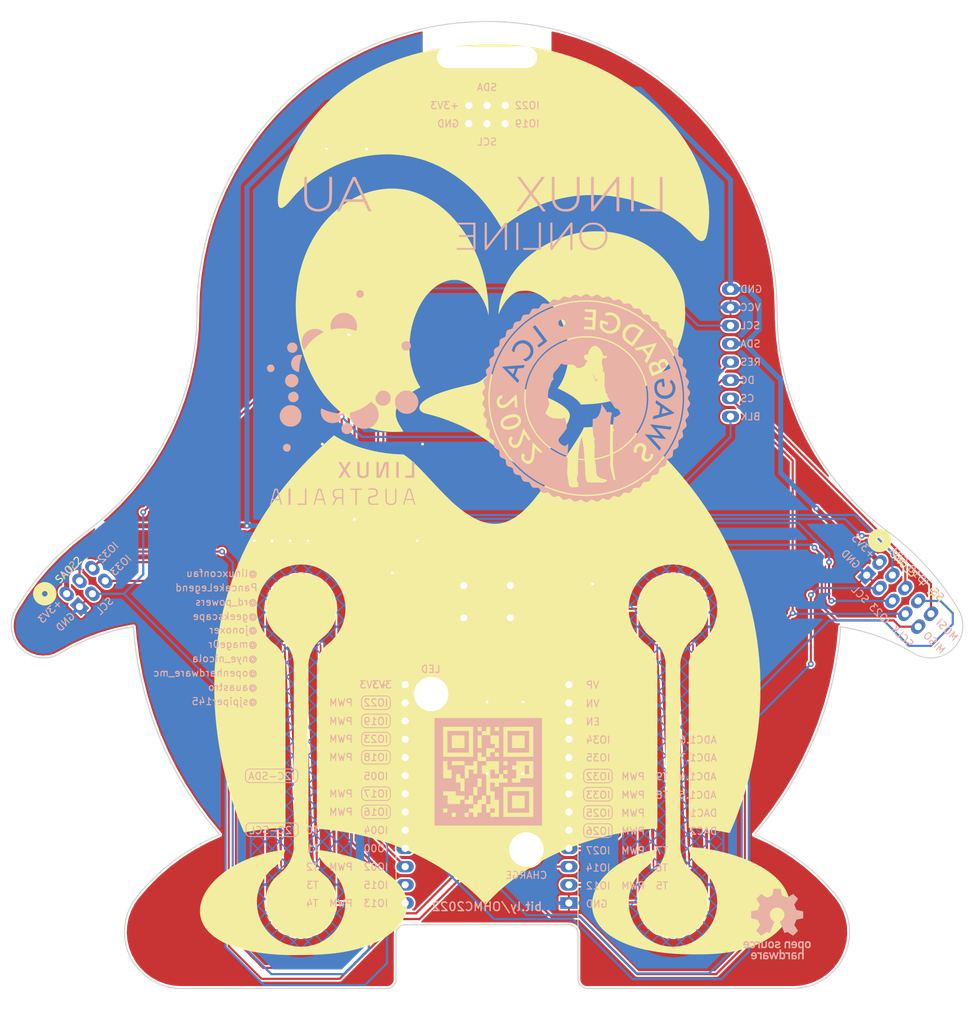
<source format=kicad_pcb>
(kicad_pcb (version 20171130) (host pcbnew "(5.1.6)-1")
  (layers (0 F.Cu signal) (31 B.Cu signal) (34 B.Paste user) (35 F.Paste user) (36 B.SilkS user) (37 F.SilkS user) (38 B.Mask user) (39 F.Mask user hide) (44 Edge.Cuts user))
  (net 0 "")
  (net 1 +3V3)
  (net 2 GND)
  (net 3 /GPIO4)
  (net 4 /GPIO5)
  (net 5 /GPIO32)
  (net 6 /GPIO33)
  (net 7 /GPIO18)
  (net 8 /GPIO23)
  (net 9 /GPIO19)
  (net 10 /GPIO22)
  (net 11 /GPIO17)
  (net 12 /GPIO15)
  (net 13 /GPIO27)
  (net 14 /GPIO14)
  (net 15 /GPIO12)
  (net 16 /GPIO0)
  (net 17 /GPIO13)
  (net 18 /GPIO34)
  (net 19 /GPIO35)
  (net 20 /GPIO26)
  (net 21 /VP)
  (net 22 /VN)
  (net 23 /EN)
  (net 24 /DC)
  (net 25 /BCK)
  (net 26 /CS_Disp)
  (module SwagBadge:SAO_Header_6-Pin_Oval_AltPins (layer F.Cu) (at 0 -222)
    (fp_text reference P1 hide)
    (fp_text value SAO_1 (at 0 -3.429 180) (layer F.SilkS))
    (fp_text user SCL (at 0 3.81) (layer B.SilkS) (effects (justify mirror)))
    (fp_text user SDA (at 0 -3.81) (layer B.SilkS) (effects (justify mirror)))
    (fp_text user +3V3 (at -3.81 -1.27) (layer B.SilkS) (effects (justify left mirror)))
    (fp_text user GND (at -3.81 1.27) (layer B.SilkS) (effects (justify left mirror)))
    (fp_text user IO19 (at 3.81 1.27) (layer B.SilkS) (effects (justify right mirror)))
    (fp_text user IO22 (at 3.81 -1.27) (layer B.SilkS) (effects (justify right mirror)))
    (pad 4 thru_hole oval (at 0 1.27 90) (size 2.2 1.6) (drill 1) (layers *.Cu *.Mask) (net 3 /GPIO4))
    (pad 6 thru_hole oval (at 2.54 1.27 90) (size 2.2 1.6) (drill 1) (layers *.Cu *.Mask) (net 9 /GPIO19))
    (pad 5 thru_hole oval (at 2.54 -1.27 90) (size 2.2 1.6) (drill 1) (layers *.Cu *.Mask) (net 10 /GPIO22))
    (pad 3 thru_hole oval (at 0 -1.27 90) (size 2.2 1.6) (drill 1) (layers *.Cu *.Mask) (net 4 /GPIO5))
    (pad 2 thru_hole rect (at -2.54 1.27 90) (size 2.2 1.6) (drill 1) (layers *.Cu *.Mask) (net 2 GND))
    (pad 1 thru_hole oval (at -2.54 -1.27 90) (size 2.2 1.6) (drill 1) (layers *.Cu *.Mask) (net 1 +3V3))
  )
  (module SwagBadge:SPI_Screen_320_x_240 (layer F.Cu) (at 34 -188.73)
    (fp_text reference S1 hide)
    (fp_text value "SPI Screen")
    (fp_text user BLK (at 1.27 8.89) (layer B.SilkS) (effects (justify right mirror)))
    (fp_text user CS (at 1.27 6.35) (layer B.SilkS) (effects (justify right mirror)))
    (fp_text user DC (at 1.27 3.81) (layer B.SilkS) (effects (justify right mirror)))
    (fp_text user RES (at 1.27 1.27) (layer B.SilkS) (effects (justify right mirror)))
    (fp_text user SDA (at 1.27 -1.27) (layer B.SilkS) (effects (justify right mirror)))
    (fp_text user SCL (at 1.27 -3.81) (layer B.SilkS) (effects (justify right mirror)))
    (fp_text user VCC (at 1.27 -6.35) (layer B.SilkS) (effects (justify right mirror)))
    (fp_text user GND (at 1.27 -8.89) (layer B.SilkS) (effects (justify right mirror)))
    (pad 8 thru_hole oval (at 0 8.89) (size 2.4 1.6) (drill 1) (layers *.Cu *.Mask) (net 25 /BCK))
    (pad 7 thru_hole oval (at 0 6.35) (size 2.4 1.6) (drill 1) (layers *.Cu *.Mask) (net 14 /GPIO14))
    (pad 6 thru_hole oval (at 0 3.81) (size 2.4 1.6) (drill 1) (layers *.Cu *.Mask) (net 20 /GPIO26))
    (pad 5 thru_hole oval (at 0 1.27) (size 2.4 1.6) (drill 1) (layers *.Cu *.Mask) (net 24 /DC))
    (pad 4 thru_hole oval (at 0 -1.27) (size 2.4 1.6) (drill 1) (layers *.Cu *.Mask) (net 1 +3V3))
    (pad 3 thru_hole oval (at 0 -3.81) (size 2.4 1.6) (drill 1) (layers *.Cu *.Mask) (net 26 /CS_Disp))
    (pad 2 thru_hole oval (at 0 -6.35) (size 2.4 1.6) (drill 1) (layers *.Cu *.Mask) (net 2 GND))
    (pad 1 thru_hole oval (at 0 -8.89) (size 2.4 1.6) (drill 1) (layers *.Cu *.Mask) (net 1 +3V3))
  )
  (module SwagBadge:SAO_Header_10-Pin_0val_AltPins (layer F.Cu) (at 57.5 -155 315)
    (fp_text reference P3 hide)
    (fp_text value "SAO_3 + SPI" (at 0 -3.429 135) (layer F.SilkS))
    (fp_text user MISO (at 8.255 1.27 135) (layer B.SilkS) (effects (justify mirror)))
    (fp_text user MOSI (at 8.255 -1.27 135) (layer B.SilkS) (effects (justify mirror)))
    (fp_text user SS (at 3.81 -3.81 135) (layer B.SilkS) (effects (justify mirror)))
    (fp_text user SCLK (at 4.445 3.81 135) (layer B.SilkS) (effects (justify mirror)))
    (fp_text user IO18 (at 0 -3.81 135) (layer B.SilkS) (effects (justify mirror)))
    (fp_text user IO23 (at 0 3.81 135) (layer B.SilkS) (effects (justify mirror)))
    (fp_text user SCL (at -3.81 3.81 135) (layer B.SilkS) (effects (justify mirror)))
    (fp_text user SDA (at -3.81 -3.81 135) (layer B.SilkS) (effects (justify mirror)))
    (fp_text user +3V3 (at -8.255 -1.27 135) (layer B.SilkS) (effects (justify mirror)))
    (fp_text user GND (at -8.255 1.27 135) (layer B.SilkS) (effects (justify mirror)))
    (pad 4 thru_hole oval (at -2.54 1.27 47) (size 2.2 1.6) (drill 1) (layers *.Cu *.Mask) (net 3 /GPIO4))
    (pad 6 thru_hole oval (at 0 1.27 47) (size 2.2 1.6) (drill 1) (layers *.Cu *.Mask) (net 8 /GPIO23))
    (pad 8 thru_hole oval (at 2.54 1.27 47) (size 2.2 1.6) (drill 1) (layers *.Cu *.Mask) (net 14 /GPIO14))
    (pad 10 thru_hole oval (at 5.08 1.27 47) (size 2.2 1.6) (drill 1) (layers *.Cu *.Mask) (net 18 /GPIO34))
    (pad 9 thru_hole oval (at 5.08 -1.27 47) (size 2.2 1.6) (drill 1) (layers *.Cu *.Mask) (net 20 /GPIO26))
    (pad 7 thru_hole oval (at 2.54 -1.27 47) (size 2.2 1.6) (drill 1) (layers *.Cu *.Mask) (net 11 /GPIO17))
    (pad 5 thru_hole oval (at 0 -1.27 47) (size 2.2 1.6) (drill 1) (layers *.Cu *.Mask) (net 7 /GPIO18))
    (pad 3 thru_hole oval (at -2.54 -1.27 47) (size 2.2 1.6) (drill 1) (layers *.Cu *.Mask) (net 4 /GPIO5))
    (pad 2 thru_hole rect (at -5.08 1.27 45) (size 2.2 1.6) (drill 1) (layers *.Cu *.Mask) (net 2 GND))
    (pad 1 thru_hole oval (at -5.08 -1.27 47) (size 2.2 1.6) (drill 1) (layers *.Cu *.Mask) (net 1 +3V3))
  )
  (module SwagBadge:SAO_Header_6-Pin_Oval_AltPins (layer F.Cu) (at -56 -156 45)
    (fp_text reference P2 hide)
    (fp_text value SAO_2 (at 0 -3.429 225) (layer F.SilkS))
    (fp_text user SCL (at 0 3.69 45) (layer B.SilkS) (effects (justify mirror)))
    (fp_text user SDA (at 0 -3.42 45) (layer B.SilkS) (effects (justify mirror)))
    (fp_text user IO32 (at 3.81 -1.25 45) (layer B.SilkS) (effects (justify right mirror)))
    (fp_text user IO33 (at 3.81 1.27 45) (layer B.SilkS) (effects (justify right mirror)))
    (fp_text user +3V3 (at -3.81 -1.18 45) (layer B.SilkS) (effects (justify left mirror)))
    (fp_text user GND (at -3.81 1.4 45) (layer B.SilkS) (effects (justify left mirror)))
    (pad 4 thru_hole oval (at 0 1.27 135) (size 2.2 1.6) (drill 1) (layers *.Cu *.Mask) (net 3 /GPIO4))
    (pad 6 thru_hole oval (at 2.54 1.27 135) (size 2.2 1.6) (drill 1) (layers *.Cu *.Mask) (net 6 /GPIO33))
    (pad 5 thru_hole oval (at 2.54 -1.27 135) (size 2.2 1.6) (drill 1) (layers *.Cu *.Mask) (net 5 /GPIO32))
    (pad 3 thru_hole oval (at 0 -1.27 135) (size 2.2 1.6) (drill 1) (layers *.Cu *.Mask) (net 4 /GPIO5))
    (pad 2 thru_hole rect (at -2.54 1.27 135) (size 2.2 1.6) (drill 1) (layers *.Cu *.Mask) (net 2 GND))
    (pad 1 thru_hole oval (at -2.54 -1.27 135) (size 2.2 1.6) (drill 1) (layers *.Cu *.Mask) (net 1 +3V3))
  )
  (module SwagBadge:LinuxAU_Logo_Small_Text (layer B.Cu) (at -20.32 -181.38 180)
    (fp_text reference Ref** hide)
    (fp_text value Val** hide)
  )
  (module SwagBadge:Logo_LCA_2022_01 (layer B.Cu) (at -0.05 -207.02 180)
    (fp_text reference Ref** hide)
    (fp_text value Val** hide)
  )
  (module SwagBadge:Tux_Silk_With_Slider_135 (layer F.Cu) (at 0.05 -167.18)
    (fp_text reference Ref** hide)
    (fp_text value Val** hide)
  )
  (module SwagBadge:SwagBadge_Logo_2022_Invert (layer B.Cu) (at 13.85 -182.41 180)
    (fp_text reference Ref** hide)
    (fp_text value Val** hide)
  )
  (module SwagBadge:QR_Code_OHMC2022_15mm (layer B.Cu) (at 0.18 -130.25 180)
    (fp_text reference Ref** hide)
    (fp_text value Val** hide)
  )
  (module SwagBadge:Touch_Slider_Long_02 (layer F.Cu) (at -26 -112)
    (fp_text reference T3 hide)
    (fp_text value Touch_Slider_Left hide)
    (pad 2 smd custom (at 0 -41) (size 3 3) (layers F.Cu) (net 12 /GPIO15) (options (clearance outline) (anchor circle)) (primitives (gr_line (start 3.249416 4.975845) (end 4.749999 36.000001) (width 0.2)) (gr_line (start 0.749416 4.975845) (end 2.249999 36) (width 0.2)) (gr_arc (start 0 0.000001) (end 4.75 0.000001) (angle -180) (width 0.2)) (gr_line (start -1.750583 4.975845) (end -0.25 36.000001) (width 0.2)) (gr_arc (start 0.249999 5) (end 0.749416 4.975845) (angle -177.2) (width 0.2)) (gr_line (start 2.249999 36) (end 2.25 5.000001) (width 0.2)) (gr_line (start -4.75 0) (end -4.75 4.5) (width 0.2)) (gr_line (start -4.250583 4.975845) (end -2.75 36.000001) (width 0.2)) (gr_line (start -2.75 36.000001) (end -2.749999 5) (width 0.2)) (gr_line (start 4.749999 36.000001) (end 4.75 0.000001) (width 0.2)) (gr_arc (start 2.749999 5.000001) (end 3.249416 4.975845) (angle -177.2) (width 0.2)) (gr_arc (start -2.25 5) (end -1.750583 4.975845) (angle -177.2) (width 0.2)) (gr_line (start -0.25 36.000001) (end -0.249999 5) (width 0.2)) (gr_arc (start -4.75 5) (end -4.250583 4.975845) (angle -87.2) (width 0.2)) (gr_poly (pts (xy 0.75 4.87) (xy 0.55 4.57) (xy 0.25 4.48) (xy -0.13 4.63) (xy -0.24 4.97) (xy -0.29 34.36) (xy -1.73 4.97) (xy -1.9 4.6) (xy -2.25 4.47) (xy -2.61 4.59) (xy -2.74 4.95) (xy -2.79 34.15) (xy -4.27 4.81) (xy -4.44 4.58) (xy -4.74 4.48) (xy -4.77 0.01) (xy -4.61 -1.17) (xy -4.15 -2.33) (xy -3.43 -3.29) (xy -2.49 -4.05) (xy -1.22 -4.6) (xy 0.01 -4.76) (xy 1.07 -4.64) (xy 2.1 -4.28) (xy 3.04 -3.68) (xy 3.83 -2.82) (xy 4.28 -2.07) (xy 4.62 -1.14) (xy 4.76 0.01) (xy 4.68 32.91) (xy 3.26 4.91) (xy 3.05 4.56) (xy 2.75 4.47) (xy 2.38 4.61) (xy 2.26 4.99) (xy 2.22 34.94)) (width 0.1))))
    (pad 1 smd custom (at 0 0) (size 3 3) (layers F.Cu) (net 17 /GPIO13) (options (clearance outline) (anchor circle)) (primitives (gr_line (start -4.749999 -36) (end -4.75 0) (width 0.2)) (gr_line (start -2.249999 -35.999999) (end -2.25 -5) (width 0.2)) (gr_arc (start 4.75 -4.999999) (end 4.250583 -4.975844) (angle -87.2) (width 0.2)) (gr_line (start 0.25 -36) (end 0.249999 -4.999999) (width 0.2)) (gr_line (start 4.250583 -4.975844) (end 2.75 -36) (width 0.2)) (gr_arc (start 2.25 -4.999999) (end 1.750583 -4.975844) (angle -177.2) (width 0.2)) (gr_line (start -0.749416 -4.975844) (end -2.249999 -35.999999) (width 0.2)) (gr_arc (start -2.749999 -5) (end -3.249416 -4.975844) (angle -177.2) (width 0.2)) (gr_line (start -3.249416 -4.975844) (end -4.749999 -36) (width 0.2)) (gr_line (start 2.75 -36) (end 2.749999 -4.999999) (width 0.2)) (gr_arc (start 0 0) (end -4.75 0) (angle -180) (width 0.2)) (gr_line (start 1.750583 -4.975844) (end 0.25 -36) (width 0.2)) (gr_arc (start -0.249999 -4.999999) (end -0.749416 -4.975844) (angle -177.2) (width 0.2)) (gr_line (start 4.75 0) (end 4.75 -4.499999) (width 0.2)) (gr_poly (pts (xy -0.74 -4.87) (xy -0.54 -4.57) (xy -0.24 -4.48) (xy 0.14 -4.63) (xy 0.25 -4.97) (xy 0.3 -34.36) (xy 1.74 -4.97) (xy 1.91 -4.6) (xy 2.26 -4.47) (xy 2.62 -4.59) (xy 2.75 -4.95) (xy 2.8 -34.15) (xy 4.28 -4.81) (xy 4.45 -4.58) (xy 4.75 -4.48) (xy 4.78 -0.01) (xy 4.62 1.17) (xy 4.16 2.33) (xy 3.44 3.29) (xy 2.5 4.05) (xy 1.23 4.6) (xy 0 4.76) (xy -1.06 4.64) (xy -2.09 4.28) (xy -3.03 3.68) (xy -3.82 2.82) (xy -4.27 2.07) (xy -4.61 1.14) (xy -4.75 -0.01) (xy -4.67 -32.91) (xy -3.25 -4.91) (xy -3.04 -4.56) (xy -2.74 -4.47) (xy -2.37 -4.61) (xy -2.25 -4.99) (xy -2.21 -34.94)) (width 0.1))))
    (pad 3 smd custom (at 0 -48) (size 0.1 0.1) (layers B.Cu) (net 2 GND) (clearance 1) (options (clearance outline) (anchor circle)) (primitives (gr_line (start 7 31.5) (end -7 17.500001) (width 0.2)) (gr_line (start -7 15.5) (end 5.642596 2.857404) (width 0.2)) (gr_line (start -7 35.5) (end 7 21.500001) (width 0.2)) (gr_line (start 7 7.500001) (end -0.483296 0.016704) (width 0.2)) (gr_line (start 6.787222 5.287223) (end 1.712777 0.212778) (width 0.2)) (gr_line (start 4.693429 53.193429) (end -7 41.500001) (width 0.2)) (gr_line (start -7 31.5) (end 7 17.500001) (width 0.2)) (gr_line (start -7 17.5) (end 6.380064 4.119936) (width 0.2)) (gr_line (start 7 41.5) (end -7 27.500001) (width 0.2)) (gr_line (start -7 23.5) (end 7 9.500001) (width 0.2)) (gr_line (start -7 9.5) (end 2.158798 0.341202) (width 0.2)) (gr_line (start 7 37.5) (end -7 23.500001) (width 0.2)) (gr_line (start 7 29.5) (end -7 15.500001) (width 0.2)) (gr_line (start 7 39.5) (end -7 25.500001) (width 0.2)) (gr_line (start -0.483296 54.983296) (end 7 47.500001) (width 0.2)) (gr_line (start 7 47.5) (end -7 33.500001) (width 0.2)) (gr_line (start 7 48) (end 7 7.000001) (width 0.3)) (gr_line (start -1.712777 54.787222) (end -6.787222 49.712777) (width 0.2)) (gr_line (start 2.158798 54.658798) (end -7 45.500001) (width 0.2)) (gr_line (start -7 27.5) (end 7 13.500001) (width 0.2)) (gr_line (start 7 43.5) (end -7 29.500001) (width 0.2)) (gr_line (start -7 25.5) (end 7 11.500001) (width 0.2)) (gr_line (start 7 17.5) (end -6.380064 4.119936) (width 0.2)) (gr_line (start 7 35.5) (end -7 21.500001) (width 0.2)) (gr_line (start -6.865519 49.365519) (end 7 35.500001) (width 0.2)) (gr_line (start -7 33.5) (end 7 19.500001) (width 0.2)) (gr_line (start -7 39.5) (end 7 25.500001) (width 0.2)) (gr_line (start -7 43.5) (end 7 29.500001) (width 0.2)) (gr_arc (start 0 7.000001) (end 7 7.000001) (angle -180) (width 0.3)) (gr_line (start 7 21.5) (end -7 7.500001) (width 0.2)) (gr_line (start 7 9.5) (end -2.158798 0.341202) (width 0.2)) (gr_line (start -7 21.5) (end 7 7.500001) (width 0.2)) (gr_line (start -7 41.5) (end 7 27.500001) (width 0.2)) (gr_line (start -5.642596 52.142596) (end 7 39.500001) (width 0.2)) (gr_line (start -3.539311 54.039311) (end 7 43.500001) (width 0.2)) (gr_line (start 7 11.5) (end -3.539311 0.960689) (width 0.2)) (gr_line (start -7 19.5) (end 6.865519 5.634481) (width 0.2)) (gr_line (start -7 13.5) (end 4.693429 1.806571) (width 0.2)) (gr_line (start -7 7.000001) (end -7 48) (width 0.3)) (gr_line (start 6.865519 49.365519) (end -7 35.500001) (width 0.2)) (gr_line (start -2.158798 54.658798) (end 7 45.500001) (width 0.2)) (gr_line (start 7 13.5) (end -4.693429 1.806571) (width 0.2)) (gr_line (start -7 7.500001) (end 0.483296 0.016704) (width 0.2)) (gr_line (start -7 11.5) (end 3.539311 0.960689) (width 0.2)) (gr_line (start -6.380064 50.880064) (end 7 37.500001) (width 0.2)) (gr_line (start 7 27.5) (end -7 13.500001) (width 0.2)) (gr_line (start 7 15.5) (end -5.642596 2.857404) (width 0.2)) (gr_line (start -7 37.5) (end 7 23.500001) (width 0.2)) (gr_line (start 7 19.5) (end -6.865519 5.634481) (width 0.2)) (gr_line (start 0.483296 54.983296) (end -7 47.500001) (width 0.2)) (gr_line (start 3.539311 54.039311) (end -7 43.500001) (width 0.2)) (gr_line (start 7 23.5) (end -7 9.500001) (width 0.2)) (gr_line (start 7 45.5) (end -7 31.500001) (width 0.2)) (gr_line (start -7 45.5) (end 7 31.500001) (width 0.2)) (gr_line (start 5.642596 52.142596) (end -7 39.500001) (width 0.2)) (gr_line (start -4.693429 53.193429) (end 7 41.500001) (width 0.2)) (gr_line (start 7 25.5) (end -7 11.500001) (width 0.2)) (gr_line (start -6.787222 5.287223) (end -1.712777 0.212778) (width 0.2)) (gr_line (start 1.712777 54.787222) (end 6.787222 49.712777) (width 0.2)) (gr_line (start -7 47.5) (end 7 33.500001) (width 0.2)) (gr_arc (start 0 48) (end -7 48) (angle -180) (width 0.3)) (gr_line (start 7 33.5) (end -7 19.500001) (width 0.2)) (gr_line (start -7 29.5) (end 7 15.500001) (width 0.2)) (gr_line (start 6.380064 50.880064) (end -7 37.500001) (width 0.2))))
  )
  (module SwagBadge:Touch_Slider_Long_02 (layer F.Cu) (at 26 -112)
    (fp_text reference T4 hide)
    (fp_text value Touch_Slider_Right hide)
    (pad 2 smd custom (at 0 -41) (size 3 3) (layers F.Cu) (net 13 /GPIO27) (options (clearance outline) (anchor circle)) (primitives (gr_line (start 3.249416 4.975845) (end 4.749999 36.000001) (width 0.2)) (gr_line (start 0.749416 4.975845) (end 2.249999 36) (width 0.2)) (gr_arc (start 0 0.000001) (end 4.75 0.000001) (angle -180) (width 0.2)) (gr_line (start -1.750583 4.975845) (end -0.25 36.000001) (width 0.2)) (gr_arc (start 0.249999 5) (end 0.749416 4.975845) (angle -177.2) (width 0.2)) (gr_line (start 2.249999 36) (end 2.25 5.000001) (width 0.2)) (gr_line (start -4.75 0) (end -4.75 4.5) (width 0.2)) (gr_line (start -4.250583 4.975845) (end -2.75 36.000001) (width 0.2)) (gr_line (start -2.75 36.000001) (end -2.749999 5) (width 0.2)) (gr_line (start 4.749999 36.000001) (end 4.75 0.000001) (width 0.2)) (gr_arc (start 2.749999 5.000001) (end 3.249416 4.975845) (angle -177.2) (width 0.2)) (gr_arc (start -2.25 5) (end -1.750583 4.975845) (angle -177.2) (width 0.2)) (gr_line (start -0.25 36.000001) (end -0.249999 5) (width 0.2)) (gr_arc (start -4.75 5) (end -4.250583 4.975845) (angle -87.2) (width 0.2)) (gr_poly (pts (xy 0.75 4.87) (xy 0.55 4.57) (xy 0.25 4.48) (xy -0.13 4.63) (xy -0.24 4.97) (xy -0.29 34.36) (xy -1.73 4.97) (xy -1.9 4.6) (xy -2.25 4.47) (xy -2.61 4.59) (xy -2.74 4.95) (xy -2.79 34.15) (xy -4.27 4.81) (xy -4.44 4.58) (xy -4.74 4.48) (xy -4.77 0.01) (xy -4.61 -1.17) (xy -4.15 -2.33) (xy -3.43 -3.29) (xy -2.49 -4.05) (xy -1.22 -4.6) (xy 0.01 -4.76) (xy 1.07 -4.64) (xy 2.1 -4.28) (xy 3.04 -3.68) (xy 3.83 -2.82) (xy 4.28 -2.07) (xy 4.62 -1.14) (xy 4.76 0.01) (xy 4.68 32.91) (xy 3.26 4.91) (xy 3.05 4.56) (xy 2.75 4.47) (xy 2.38 4.61) (xy 2.26 4.99) (xy 2.22 34.94)) (width 0.1))))
    (pad 1 smd custom (at 0 0) (size 3 3) (layers F.Cu) (net 15 /GPIO12) (options (clearance outline) (anchor circle)) (primitives (gr_line (start -4.749999 -36) (end -4.75 0) (width 0.2)) (gr_line (start -2.249999 -35.999999) (end -2.25 -5) (width 0.2)) (gr_arc (start 4.75 -4.999999) (end 4.250583 -4.975844) (angle -87.2) (width 0.2)) (gr_line (start 0.25 -36) (end 0.249999 -4.999999) (width 0.2)) (gr_line (start 4.250583 -4.975844) (end 2.75 -36) (width 0.2)) (gr_arc (start 2.25 -4.999999) (end 1.750583 -4.975844) (angle -177.2) (width 0.2)) (gr_line (start -0.749416 -4.975844) (end -2.249999 -35.999999) (width 0.2)) (gr_arc (start -2.749999 -5) (end -3.249416 -4.975844) (angle -177.2) (width 0.2)) (gr_line (start -3.249416 -4.975844) (end -4.749999 -36) (width 0.2)) (gr_line (start 2.75 -36) (end 2.749999 -4.999999) (width 0.2)) (gr_arc (start 0 0) (end -4.75 0) (angle -180) (width 0.2)) (gr_line (start 1.750583 -4.975844) (end 0.25 -36) (width 0.2)) (gr_arc (start -0.249999 -4.999999) (end -0.749416 -4.975844) (angle -177.2) (width 0.2)) (gr_line (start 4.75 0) (end 4.75 -4.499999) (width 0.2)) (gr_poly (pts (xy -0.74 -4.87) (xy -0.54 -4.57) (xy -0.24 -4.48) (xy 0.14 -4.63) (xy 0.25 -4.97) (xy 0.3 -34.36) (xy 1.74 -4.97) (xy 1.91 -4.6) (xy 2.26 -4.47) (xy 2.62 -4.59) (xy 2.75 -4.95) (xy 2.8 -34.15) (xy 4.28 -4.81) (xy 4.45 -4.58) (xy 4.75 -4.48) (xy 4.78 -0.01) (xy 4.62 1.17) (xy 4.16 2.33) (xy 3.44 3.29) (xy 2.5 4.05) (xy 1.23 4.6) (xy 0 4.76) (xy -1.06 4.64) (xy -2.09 4.28) (xy -3.03 3.68) (xy -3.82 2.82) (xy -4.27 2.07) (xy -4.61 1.14) (xy -4.75 -0.01) (xy -4.67 -32.91) (xy -3.25 -4.91) (xy -3.04 -4.56) (xy -2.74 -4.47) (xy -2.37 -4.61) (xy -2.25 -4.99) (xy -2.21 -34.94)) (width 0.1))))
    (pad 3 smd custom (at 0 -48) (size 0.1 0.1) (layers B.Cu) (net 2 GND) (clearance 1) (options (clearance outline) (anchor circle)) (primitives (gr_line (start 7 31.5) (end -7 17.500001) (width 0.2)) (gr_line (start -7 15.5) (end 5.642596 2.857404) (width 0.2)) (gr_line (start -7 35.5) (end 7 21.500001) (width 0.2)) (gr_line (start 7 7.500001) (end -0.483296 0.016704) (width 0.2)) (gr_line (start 6.787222 5.287223) (end 1.712777 0.212778) (width 0.2)) (gr_line (start 4.693429 53.193429) (end -7 41.500001) (width 0.2)) (gr_line (start -7 31.5) (end 7 17.500001) (width 0.2)) (gr_line (start -7 17.5) (end 6.380064 4.119936) (width 0.2)) (gr_line (start 7 41.5) (end -7 27.500001) (width 0.2)) (gr_line (start -7 23.5) (end 7 9.500001) (width 0.2)) (gr_line (start -7 9.5) (end 2.158798 0.341202) (width 0.2)) (gr_line (start 7 37.5) (end -7 23.500001) (width 0.2)) (gr_line (start 7 29.5) (end -7 15.500001) (width 0.2)) (gr_line (start 7 39.5) (end -7 25.500001) (width 0.2)) (gr_line (start -0.483296 54.983296) (end 7 47.500001) (width 0.2)) (gr_line (start 7 47.5) (end -7 33.500001) (width 0.2)) (gr_line (start 7 48) (end 7 7.000001) (width 0.3)) (gr_line (start -1.712777 54.787222) (end -6.787222 49.712777) (width 0.2)) (gr_line (start 2.158798 54.658798) (end -7 45.500001) (width 0.2)) (gr_line (start -7 27.5) (end 7 13.500001) (width 0.2)) (gr_line (start 7 43.5) (end -7 29.500001) (width 0.2)) (gr_line (start -7 25.5) (end 7 11.500001) (width 0.2)) (gr_line (start 7 17.5) (end -6.380064 4.119936) (width 0.2)) (gr_line (start 7 35.5) (end -7 21.500001) (width 0.2)) (gr_line (start -6.865519 49.365519) (end 7 35.500001) (width 0.2)) (gr_line (start -7 33.5) (end 7 19.500001) (width 0.2)) (gr_line (start -7 39.5) (end 7 25.500001) (width 0.2)) (gr_line (start -7 43.5) (end 7 29.500001) (width 0.2)) (gr_arc (start 0 7.000001) (end 7 7.000001) (angle -180) (width 0.3)) (gr_line (start 7 21.5) (end -7 7.500001) (width 0.2)) (gr_line (start 7 9.5) (end -2.158798 0.341202) (width 0.2)) (gr_line (start -7 21.5) (end 7 7.500001) (width 0.2)) (gr_line (start -7 41.5) (end 7 27.500001) (width 0.2)) (gr_line (start -5.642596 52.142596) (end 7 39.500001) (width 0.2)) (gr_line (start -3.539311 54.039311) (end 7 43.500001) (width 0.2)) (gr_line (start 7 11.5) (end -3.539311 0.960689) (width 0.2)) (gr_line (start -7 19.5) (end 6.865519 5.634481) (width 0.2)) (gr_line (start -7 13.5) (end 4.693429 1.806571) (width 0.2)) (gr_line (start -7 7.000001) (end -7 48) (width 0.3)) (gr_line (start 6.865519 49.365519) (end -7 35.500001) (width 0.2)) (gr_line (start -2.158798 54.658798) (end 7 45.500001) (width 0.2)) (gr_line (start 7 13.5) (end -4.693429 1.806571) (width 0.2)) (gr_line (start -7 7.500001) (end 0.483296 0.016704) (width 0.2)) (gr_line (start -7 11.5) (end 3.539311 0.960689) (width 0.2)) (gr_line (start -6.380064 50.880064) (end 7 37.500001) (width 0.2)) (gr_line (start 7 27.5) (end -7 13.500001) (width 0.2)) (gr_line (start 7 15.5) (end -5.642596 2.857404) (width 0.2)) (gr_line (start -7 37.5) (end 7 23.500001) (width 0.2)) (gr_line (start 7 19.5) (end -6.865519 5.634481) (width 0.2)) (gr_line (start 0.483296 54.983296) (end -7 47.500001) (width 0.2)) (gr_line (start 3.539311 54.039311) (end -7 43.500001) (width 0.2)) (gr_line (start 7 23.5) (end -7 9.500001) (width 0.2)) (gr_line (start 7 45.5) (end -7 31.500001) (width 0.2)) (gr_line (start -7 45.5) (end 7 31.500001) (width 0.2)) (gr_line (start 5.642596 52.142596) (end -7 39.500001) (width 0.2)) (gr_line (start -4.693429 53.193429) (end 7 41.500001) (width 0.2)) (gr_line (start 7 25.5) (end -7 11.500001) (width 0.2)) (gr_line (start -6.787222 5.287223) (end -1.712777 0.212778) (width 0.2)) (gr_line (start 1.712777 54.787222) (end 6.787222 49.712777) (width 0.2)) (gr_line (start -7 47.5) (end 7 33.500001) (width 0.2)) (gr_arc (start 0 48) (end -7 48) (angle -180) (width 0.3)) (gr_line (start 7 33.5) (end -7 19.500001) (width 0.2)) (gr_line (start -7 29.5) (end 7 15.500001) (width 0.2)) (gr_line (start 6.380064 50.880064) (end -7 37.500001) (width 0.2))))
  )
  (module SwagBadge:SW_1825910-6-4 (layer F.Cu) (at 0 -154)
    (fp_text reference SW1 hide)
    (fp_text value 1825910-6 (at 0 5) (layer F.SilkS))
    (pad 2 thru_hole circle (at 3.25 -2.25) (size 1.498 1.498) (drill 0.99) (layers *.Cu *.Mask) (net 23 /EN))
    (pad 4 thru_hole circle (at 3.25 2.25) (size 1.498 1.498) (drill 0.99) (layers *.Cu *.Mask) (net 2 GND))
    (pad 1 thru_hole rect (at -3.25 -2.25) (size 1.498 1.498) (drill 0.99) (layers *.Cu *.Mask) (net 23 /EN))
    (pad 3 thru_hole circle (at -3.25 2.25) (size 1.498 1.498) (drill 0.99) (layers *.Cu *.Mask) (net 2 GND))
  )
  (module SwagBadge:Lanyard_Hole (layer F.Cu) (at 0 -230)
    (fp_text reference H5 hide)
    (fp_text value MountingHole hide)
    (pad "" np_thru_hole oval (at 0 0) (size 14 3) (drill oval 14 3) (layers *.Cu *.Mask) (clearance 2))
  )
  (module SwagBadge:LOLIN32_Flipped_SmallCut (layer F.Cu) (at 0 -100)
    (fp_text reference J7 hide)
    (fp_text value Lolin32)
    (fp_text user VP (at 13.7 -42.37) (layer B.SilkS) (effects (justify right mirror)))
    (fp_text user VN (at 13.7 -39.76) (layer B.SilkS) (effects (justify right mirror)))
    (fp_text user EN (at 13.7 -37.24) (layer B.SilkS) (effects (justify right mirror)))
    (fp_text user "ADC1.6             IO34" (at 13.7 -34.7) (layer B.SilkS) (effects (justify right mirror)))
    (fp_text user "ADC1.7             IO35" (at 13.7 -32.21) (layer B.SilkS) (effects (justify right mirror)))
    (fp_text user "ADC1.4  T9  PWM  IO32" (at 13.7 -29.58) (layer B.SilkS) (effects (justify right mirror)))
    (fp_text user "ADC1.5  T8  PWM  IO33" (at 13.7 -27) (layer B.SilkS) (effects (justify right mirror)))
    (fp_text user "DAC1          PWM  IO25" (at 13.7 -24.49) (layer B.SilkS) (effects (justify right mirror)))
    (fp_text user "DAC2          PWM  IO26" (at 13.7 -21.97) (layer B.SilkS) (effects (justify right mirror)))
    (fp_text user "T7  PWM  IO27" (at 13.7 -19.24) (layer B.SilkS) (effects (justify right mirror)))
    (fp_text user "T6         IO14" (at 13.7 -16.84) (layer B.SilkS) (effects (justify right mirror)))
    (fp_text user "T5  PWM  IO12" (at 13.7 -14.33) (layer B.SilkS) (effects (justify right mirror)))
    (fp_text user "IO13  PWM  T4" (at -13.7 -11.88) (layer B.SilkS) (effects (justify left mirror)))
    (fp_text user "IO15           T3" (at -13.7 -14.42) (layer B.SilkS) (effects (justify left mirror)))
    (fp_text user "IO02  PWM  T2" (at -13.7 -16.96) (layer B.SilkS) (effects (justify left mirror)))
    (fp_text user "IO00         T1" (at -13.7 -19.53) (layer B.SilkS) (effects (justify left mirror)))
    (fp_text user "IO04         T0  I2C-SCL" (at -13.7 -22.08) (layer B.SilkS) (effects (justify left mirror)))
    (fp_text user "IO16  PWM       " (at -13.7 -24.63) (layer B.SilkS) (effects (justify left mirror)))
    (fp_text user "IO17  PWM       " (at -13.7 -27.17) (layer B.SilkS) (effects (justify left mirror)))
    (fp_text user "IO05             I2C-SDA" (at -13.7 -29.63) (layer B.SilkS) (effects (justify left mirror)))
    (fp_text user "IO18  PWM        " (at -13.7 -32.271) (layer B.SilkS) (effects (justify left mirror)))
    (fp_text user "IO23  PWM        " (at -13.7 -34.811) (layer B.SilkS) (effects (justify left mirror)))
    (fp_text user "IO19  PWM        " (at -13.7 -37.29) (layer B.SilkS) (effects (justify left mirror)))
    (fp_text user "IO22  PWM        " (at -13.7 -39.89) (layer B.SilkS) (effects (justify left mirror)))
    (fp_text user +3V3 (at -13.7 -42.4) (layer B.SilkS) (effects (justify left mirror)))
    (fp_text user 3V3 (at -13.2 -42.4) (layer B.SilkS) (effects (justify left mirror)))
    (fp_arc (start -13.969999 -1.27) (end -13.969999 0) (angle -90) (layer Edge.Cuts) (width 0.15))
    (fp_arc (start -11.429999 -7.62) (end -11.429999 -8.89) (angle -90) (layer Edge.Cuts) (width 0.15))
    (fp_arc (start 11.43 -7.62) (end 12.7 -7.62) (angle -90) (layer Edge.Cuts) (width 0.15))
    (fp_arc (start 13.97 -1.27) (end 12.7 -1.27) (angle -90) (layer Edge.Cuts) (width 0.15))
    (fp_text user GND (at 13.7 -11.8) (layer B.SilkS) (effects (justify right mirror)))
    (fp_line (start 12.7 -1.27) (end 12.7 -7.62) (layer Edge.Cuts) (width 0.15))
    (fp_line (start 11.43 -8.89) (end -11.429999 -8.89) (layer Edge.Cuts) (width 0.15))
    (fp_line (start -12.699999 -7.62) (end -12.699999 -1.27) (layer Edge.Cuts) (width 0.15))
    (fp_line (start -13.97 0) (end -15 0) (layer Edge.Cuts) (width 0.15))
    (fp_line (start 13.97 0) (end 15 0) (layer Edge.Cuts) (width 0.15))
    (pad "" np_thru_hole circle (at -7.8 -41.1) (size 4.8 4.8) (drill 4.8) (layers *.Cu *.Mask))
    (pad "" np_thru_hole circle (at 5.5 -19.4) (size 4.8 4.8) (drill 4.8) (layers *.Cu *.Mask))
    (pad 14 thru_hole oval (at -11.43 -42.41) (size 2.4 1.6) (drill 1) (layers *.Cu *.Mask) (net 1 +3V3))
    (pad 15 thru_hole oval (at -11.43 -39.87) (size 2.4 1.6) (drill 1) (layers *.Cu *.Mask) (net 10 /GPIO22))
    (pad 16 thru_hole oval (at -11.43 -37.33) (size 2.4 1.6) (drill 1) (layers *.Cu *.Mask) (net 9 /GPIO19))
    (pad 17 thru_hole oval (at -11.43 -34.79) (size 2.4 1.6) (drill 1) (layers *.Cu *.Mask) (net 8 /GPIO23))
    (pad 18 thru_hole oval (at -11.43 -32.25) (size 2.4 1.6) (drill 1) (layers *.Cu *.Mask) (net 7 /GPIO18))
    (pad 19 thru_hole oval (at -11.43 -29.71) (size 2.4 1.6) (drill 1) (layers *.Cu *.Mask) (net 4 /GPIO5))
    (pad 20 thru_hole oval (at -11.43 -27.17) (size 2.4 1.6) (drill 1) (layers *.Cu *.Mask) (net 11 /GPIO17))
    (pad 21 thru_hole oval (at -11.43 -24.63) (size 2.4 1.6) (drill 1) (layers *.Cu *.Mask) (net 26 /CS_Disp))
    (pad 22 thru_hole oval (at -11.43 -22.09) (size 2.4 1.6) (drill 1) (layers *.Cu *.Mask) (net 3 /GPIO4))
    (pad 23 thru_hole oval (at -11.43 -19.55) (size 2.4 1.6) (drill 1) (layers *.Cu *.Mask) (net 16 /GPIO0))
    (pad 24 thru_hole oval (at -11.43 -17.01) (size 2.4 1.6) (drill 1) (layers *.Cu *.Mask) (net 25 /BCK))
    (pad 25 thru_hole oval (at -11.43 -14.47) (size 2.4 1.6) (drill 1) (layers *.Cu *.Mask) (net 12 /GPIO15))
    (pad 26 thru_hole oval (at -11.43 -11.93) (size 2.4 1.6) (drill 1) (layers *.Cu *.Mask) (net 17 /GPIO13))
    (pad 13 thru_hole oval (at 11.43 -42.41) (size 2.4 1.6) (drill 1) (layers *.Cu *.Mask) (net 21 /VP))
    (pad 12 thru_hole oval (at 11.43 -39.87) (size 2.4 1.6) (drill 1) (layers *.Cu *.Mask) (net 22 /VN))
    (pad 11 thru_hole oval (at 11.43 -37.33) (size 2.4 1.6) (drill 1) (layers *.Cu *.Mask) (net 23 /EN))
    (pad 10 thru_hole oval (at 11.43 -34.79) (size 2.4 1.6) (drill 1) (layers *.Cu *.Mask) (net 18 /GPIO34))
    (pad 9 thru_hole oval (at 11.43 -32.25) (size 2.4 1.6) (drill 1) (layers *.Cu *.Mask) (net 19 /GPIO35))
    (pad 8 thru_hole oval (at 11.43 -29.71) (size 2.4 1.6) (drill 1) (layers *.Cu *.Mask) (net 5 /GPIO32))
    (pad 7 thru_hole oval (at 11.43 -27.17) (size 2.4 1.6) (drill 1) (layers *.Cu *.Mask) (net 6 /GPIO33))
    (pad 6 thru_hole oval (at 11.43 -24.63) (size 2.4 1.6) (drill 1) (layers *.Cu *.Mask) (net 24 /DC))
    (pad 5 thru_hole oval (at 11.43 -22.09) (size 2.4 1.6) (drill 1) (layers *.Cu *.Mask) (net 20 /GPIO26))
    (pad 4 thru_hole oval (at 11.43 -19.55) (size 2.4 1.6) (drill 1) (layers *.Cu *.Mask) (net 13 /GPIO27))
    (pad 3 thru_hole oval (at 11.43 -17.01) (size 2.4 1.6) (drill 1) (layers *.Cu *.Mask) (net 14 /GPIO14))
    (pad 2 thru_hole oval (at 11.43 -14.47) (size 2.4 1.6) (drill 1) (layers *.Cu *.Mask) (net 15 /GPIO12))
    (pad 1 thru_hole rect (at 11.43 -11.93) (size 2.4 1.6) (drill 1) (layers *.Cu *.Mask) (net 2 GND))
  )
  (module SwagBadge:OSHW_Logo_10mm (layer B.Cu) (at 40.5 -108.99 180)
    (fp_text reference L3 hide)
    (fp_text value OSHW_Logo hide)
  )
  (gr_text @sjpiper145 (at -31.942381 -140.06) (layer B.SilkS) (effects (font (size 1 1)) (justify left mirror)))
  (gr_text @auastro (at -31.942381 -142.06) (layer B.SilkS) (effects (font (size 1 1)) (justify left mirror)))
  (gr_text bit.ly/OHMC2022 (at 0 -111.42) (layer B.SilkS) (effects (font (size 1.2 1.2) (thickness 0.2)) (justify mirror)))
  (gr_arc (start 0 -194.499999) (end 0 -235) (angle -90) (layer Edge.Cuts) (width 0.15))
  (gr_line (start -42.749999 -99.999999) (end -15 -99.999999) (layer Edge.Cuts) (width 0.15))
  (gr_arc (start -42.749999 -107.874999) (end -48.901668 -112.791563) (angle -128.6327039) (layer Edge.Cuts) (width 0.15))
  (gr_arc (start -26.351617 -94.769011) (end -37.313593 -121.473922) (angle -29.0498617) (layer Edge.Cuts) (width 0.15))
  (gr_arc (start 0 -153.999999) (end -49.375955 -150.497858) (angle -37.02141884) (layer Edge.Cuts) (width 0.15))
  (gr_arc (start -44.999999 -122.499999) (end -49.375955 -150.497858) (angle -22.14776556) (layer Edge.Cuts) (width 0.15))
  (gr_arc (start -61.927928 -150.638305) (end -65.787761 -152.951677) (angle -151.9671632) (layer Edge.Cuts) (width 0.15))
  (gr_arc (start -33.749999 -133.749999) (end -55.982546 -163.763937) (angle -22.53498349) (layer Edge.Cuts) (width 0.15))
  (gr_arc (start -78.75 -194.499999) (end -55.982546 -163.763937) (angle -53.47114426) (layer Edge.Cuts) (width 0.15))
  (gr_arc (start 33.749999 -133.749999) (end 65.787761 -152.951677) (angle -22.53498349) (layer Edge.Cuts) (width 0.15))
  (gr_arc (start 78.75 -194.499999) (end 40.5 -194.499999) (angle -53.47114426) (layer Edge.Cuts) (width 0.15))
  (gr_arc (start 0 -194.499999) (end 40.5 -194.499999) (angle -90) (layer Edge.Cuts) (width 0.15))
  (gr_line (start 42.749999 -99.999999) (end 15 -100) (layer Edge.Cuts) (width 0.15))
  (gr_arc (start 42.749999 -107.874999) (end 42.749999 -99.999999) (angle -128.6327039) (layer Edge.Cuts) (width 0.15))
  (gr_arc (start 26.351617 -94.769011) (end 48.901668 -112.791563) (angle -29.0498617) (layer Edge.Cuts) (width 0.15))
  (gr_arc (start 0 -153.999999) (end 37.313593 -121.473922) (angle -37.02141884) (layer Edge.Cuts) (width 0.15))
  (gr_arc (start 44.999999 -122.499999) (end 59.60817 -146.782306) (angle -22.14776556) (layer Edge.Cuts) (width 0.15))
  (gr_arc (start 61.927928 -150.638305) (end 59.60817 -146.782306) (angle -151.9671632) (layer Edge.Cuts) (width 0.15))
  (gr_line (start -13.5 -124.3) (end -13.5 -125) (layer B.SilkS) (width 0.12))
  (gr_line (start -17.5 -125) (end -17.5 -124.3) (layer B.SilkS) (width 0.12))
  (gr_arc (start 14.085 -130.01) (end 14.085 -130.61) (angle -90) (layer B.SilkS) (width 0.12))
  (gr_arc (start 16.885 -129.31) (end 16.885 -128.71) (angle -90) (layer B.SilkS) (width 0.12))
  (gr_arc (start 14.085 -129.31) (end 13.485 -129.31) (angle -90) (layer B.SilkS) (width 0.12))
  (gr_arc (start -14.1 -127.54) (end -13.5 -127.54) (angle -90) (layer B.SilkS) (width 0.12))
  (gr_line (start 16.885 -128.71) (end 14.085 -128.71) (layer B.SilkS) (width 0.12))
  (gr_arc (start -14.1 -125) (end -13.5 -125) (angle -90) (layer B.SilkS) (width 0.12))
  (gr_arc (start -16.9 -126.84) (end -17.5 -126.84) (angle -90) (layer B.SilkS) (width 0.12))
  (gr_line (start 13.485 -130.01) (end 13.485 -129.31) (layer B.SilkS) (width 0.12))
  (gr_line (start -17.5 -127.54) (end -17.5 -126.84) (layer B.SilkS) (width 0.12))
  (gr_line (start 14.085 -130.61) (end 16.885 -130.61) (layer B.SilkS) (width 0.12))
  (gr_line (start 17.485 -129.31) (end 17.485 -130.01) (layer B.SilkS) (width 0.12))
  (gr_arc (start 16.885 -130.01) (end 17.485 -130.01) (angle -90) (layer B.SilkS) (width 0.12))
  (gr_line (start 13.485 -122.39) (end 13.485 -121.69) (layer B.SilkS) (width 0.12))
  (gr_arc (start -16.9 -125) (end -16.9 -125.6) (angle -90) (layer B.SilkS) (width 0.12))
  (gr_line (start -13.5 -126.84) (end -13.5 -127.54) (layer B.SilkS) (width 0.12))
  (gr_line (start -14.1 -123.7) (end -16.9 -123.7) (layer B.SilkS) (width 0.12))
  (gr_line (start -14.1 -126.24) (end -16.9 -126.24) (layer B.SilkS) (width 0.12))
  (gr_line (start -16.9 -125.6) (end -14.1 -125.6) (layer B.SilkS) (width 0.12))
  (gr_arc (start -16.9 -127.54) (end -16.9 -128.14) (angle -90) (layer B.SilkS) (width 0.12))
  (gr_arc (start -16.9 -124.3) (end -17.5 -124.3) (angle -90) (layer B.SilkS) (width 0.12))
  (gr_arc (start -14.1 -126.84) (end -14.1 -126.24) (angle -90) (layer B.SilkS) (width 0.12))
  (gr_arc (start -14.1 -124.3) (end -14.1 -123.7) (angle -90) (layer B.SilkS) (width 0.12))
  (gr_line (start -16.9 -128.14) (end -14.1 -128.14) (layer B.SilkS) (width 0.12))
  (gr_text LED (at -7.86 -144.58) (layer B.SilkS) (effects (font (size 1 1)) (justify mirror)))
  (gr_text CHARGE (at 5.49 -115.81) (layer B.SilkS) (effects (font (size 1 1)) (justify mirror)))
  (gr_arc (start 14.085 -122.39) (end 14.085 -122.99) (angle -90) (layer B.SilkS) (width 0.12))
  (gr_arc (start 16.885 -124.93) (end 17.485 -124.93) (angle -90) (layer B.SilkS) (width 0.12))
  (gr_line (start 16.885 -121.09) (end 14.085 -121.09) (layer B.SilkS) (width 0.12))
  (gr_arc (start 14.085 -124.93) (end 14.085 -125.53) (angle -90) (layer B.SilkS) (width 0.12))
  (gr_arc (start 16.885 -122.39) (end 17.485 -122.39) (angle -90) (layer B.SilkS) (width 0.12))
  (gr_line (start 13.485 -124.93) (end 13.485 -124.23) (layer B.SilkS) (width 0.12))
  (gr_arc (start 14.085 -124.23) (end 13.485 -124.23) (angle -90) (layer B.SilkS) (width 0.12))
  (gr_line (start 14.085 -122.99) (end 16.885 -122.99) (layer B.SilkS) (width 0.12))
  (gr_arc (start 16.885 -124.23) (end 16.885 -123.63) (angle -90) (layer B.SilkS) (width 0.12))
  (gr_line (start 13.485 -127.47) (end 13.485 -126.77) (layer B.SilkS) (width 0.12))
  (gr_arc (start 14.085 -127.47) (end 14.085 -128.07) (angle -90) (layer B.SilkS) (width 0.12))
  (gr_line (start 17.485 -121.69) (end 17.485 -122.39) (layer B.SilkS) (width 0.12))
  (gr_arc (start 16.885 -121.69) (end 16.885 -121.09) (angle -90) (layer B.SilkS) (width 0.12))
  (gr_arc (start 16.885 -127.47) (end 17.485 -127.47) (angle -90) (layer B.SilkS) (width 0.12))
  (gr_arc (start 16.885 -126.77) (end 16.885 -126.17) (angle -90) (layer B.SilkS) (width 0.12))
  (gr_line (start 16.885 -126.17) (end 14.085 -126.17) (layer B.SilkS) (width 0.12))
  (gr_line (start 17.485 -126.77) (end 17.485 -127.47) (layer B.SilkS) (width 0.12))
  (gr_arc (start 14.085 -121.69) (end 13.485 -121.69) (angle -90) (layer B.SilkS) (width 0.12))
  (gr_line (start 17.485 -124.23) (end 17.485 -124.93) (layer B.SilkS) (width 0.12))
  (gr_line (start 14.085 -125.53) (end 16.885 -125.53) (layer B.SilkS) (width 0.12))
  (gr_arc (start 14.085 -126.77) (end 13.485 -126.77) (angle -90) (layer B.SilkS) (width 0.12))
  (gr_line (start 14.085 -128.07) (end 16.885 -128.07) (layer B.SilkS) (width 0.12))
  (gr_line (start 16.885 -123.63) (end 14.085 -123.63) (layer B.SilkS) (width 0.12))
  (gr_arc (start -14.11 -137.7) (end -13.51 -137.7) (angle -90) (layer B.SilkS) (width 0.12))
  (gr_line (start -13.51 -139.54) (end -13.51 -140.24) (layer B.SilkS) (width 0.12))
  (gr_line (start -17.51 -132.62) (end -17.51 -131.92) (layer B.SilkS) (width 0.12))
  (gr_line (start -14.11 -138.94) (end -16.91 -138.94) (layer B.SilkS) (width 0.12))
  (gr_arc (start -14.11 -134.46) (end -14.11 -133.86) (angle -90) (layer B.SilkS) (width 0.12))
  (gr_arc (start -16.91 -140.24) (end -16.91 -140.84) (angle -90) (layer B.SilkS) (width 0.12))
  (gr_arc (start -14.11 -131.92) (end -14.11 -131.32) (angle -90) (layer B.SilkS) (width 0.12))
  (gr_arc (start -14.11 -137) (end -14.11 -136.4) (angle -90) (layer B.SilkS) (width 0.12))
  (gr_arc (start -14.11 -135.16) (end -13.51 -135.16) (angle -90) (layer B.SilkS) (width 0.12))
  (gr_arc (start -14.11 -139.54) (end -14.11 -138.94) (angle -90) (layer B.SilkS) (width 0.12))
  (gr_line (start -13.51 -134.46) (end -13.51 -135.16) (layer B.SilkS) (width 0.12))
  (gr_arc (start -16.91 -137.7) (end -16.91 -138.3) (angle -90) (layer B.SilkS) (width 0.12))
  (gr_arc (start -16.91 -134.46) (end -17.51 -134.46) (angle -90) (layer B.SilkS) (width 0.12))
  (gr_arc (start -16.91 -131.92) (end -17.51 -131.92) (angle -90) (layer B.SilkS) (width 0.12))
  (gr_arc (start -14.11 -140.24) (end -13.51 -140.24) (angle -90) (layer B.SilkS) (width 0.12))
  (gr_line (start -17.51 -140.24) (end -17.51 -139.54) (layer B.SilkS) (width 0.12))
  (gr_arc (start -16.91 -137) (end -17.51 -137) (angle -90) (layer B.SilkS) (width 0.12))
  (gr_line (start -16.91 -135.76) (end -14.11 -135.76) (layer B.SilkS) (width 0.12))
  (gr_arc (start -16.91 -139.54) (end -17.51 -139.54) (angle -90) (layer B.SilkS) (width 0.12))
  (gr_line (start -17.51 -135.16) (end -17.51 -134.46) (layer B.SilkS) (width 0.12))
  (gr_line (start -16.91 -133.22) (end -14.11 -133.22) (layer B.SilkS) (width 0.12))
  (gr_line (start -13.51 -131.92) (end -13.51 -132.62) (layer B.SilkS) (width 0.12))
  (gr_line (start -16.91 -140.84) (end -14.11 -140.84) (layer B.SilkS) (width 0.12))
  (gr_line (start -33.72 -130.04) (end -33.72 -129.34) (layer B.SilkS) (width 0.12))
  (gr_line (start -14.11 -131.32) (end -16.91 -131.32) (layer B.SilkS) (width 0.12))
  (gr_arc (start -27.02 -130.04) (end -26.42 -130.04) (angle -90) (layer B.SilkS) (width 0.12))
  (gr_arc (start -27.02 -129.34) (end -27.02 -128.74) (angle -90) (layer B.SilkS) (width 0.12))
  (gr_arc (start -33.12 -130.04) (end -33.12 -130.64) (angle -90) (layer B.SilkS) (width 0.12))
  (gr_arc (start -26.96 -121.8) (end -26.96 -121.2) (angle -90) (layer B.SilkS) (width 0.12))
  (gr_line (start -26.42 -129.34) (end -26.42 -130.04) (layer B.SilkS) (width 0.12))
  (gr_line (start -27.02 -130.64) (end -33.12 -130.64) (layer B.SilkS) (width 0.12))
  (gr_arc (start -33.06 -122.5) (end -33.06 -123.1) (angle -90) (layer B.SilkS) (width 0.12))
  (gr_line (start -26.36 -121.8) (end -26.36 -122.5) (layer B.SilkS) (width 0.12))
  (gr_line (start -17.51 -137.7) (end -17.51 -137) (layer B.SilkS) (width 0.12))
  (gr_arc (start -33.06 -121.8) (end -33.66 -121.8) (angle -90) (layer B.SilkS) (width 0.12))
  (gr_line (start -16.91 -138.3) (end -14.11 -138.3) (layer B.SilkS) (width 0.12))
  (gr_line (start -14.11 -136.4) (end -16.91 -136.4) (layer B.SilkS) (width 0.12))
  (gr_arc (start -16.91 -135.16) (end -16.91 -135.76) (angle -90) (layer B.SilkS) (width 0.12))
  (gr_line (start -14.11 -133.86) (end -16.91 -133.86) (layer B.SilkS) (width 0.12))
  (gr_arc (start -16.91 -132.62) (end -16.91 -133.22) (angle -90) (layer B.SilkS) (width 0.12))
  (gr_line (start -13.51 -137) (end -13.51 -137.7) (layer B.SilkS) (width 0.12))
  (gr_arc (start -26.96 -122.5) (end -26.36 -122.5) (angle -90) (layer B.SilkS) (width 0.12))
  (gr_line (start -26.96 -121.2) (end -33.06 -121.2) (layer B.SilkS) (width 0.12))
  (gr_line (start -26.96 -123.1) (end -33.06 -123.1) (layer B.SilkS) (width 0.12))
  (gr_arc (start -14.11 -132.62) (end -13.51 -132.62) (angle -90) (layer B.SilkS) (width 0.12))
  (gr_line (start -33.66 -122.5) (end -33.66 -121.8) (layer B.SilkS) (width 0.12))
  (gr_arc (start -33.12 -129.34) (end -33.72 -129.34) (angle -90) (layer B.SilkS) (width 0.12))
  (gr_line (start -27.02 -128.74) (end -33.12 -128.74) (layer B.SilkS) (width 0.12))
  (gr_text @openhardware_mc (at -31.942381 -144.06) (layer B.SilkS) (effects (font (size 1 1)) (justify left mirror)))
  (gr_text @nye_nicola (at -31.942381 -146.06) (layer B.SilkS) (effects (font (size 1 1)) (justify left mirror)))
  (gr_text @mage0r (at -31.942381 -148.06) (layer B.SilkS) (effects (font (size 1 1)) (justify left mirror)))
  (gr_text @jonoxer (at -31.942381 -150.06) (layer B.SilkS) (effects (font (size 1 1)) (justify left mirror)))
  (gr_text @geekscape (at -31.942381 -151.96) (layer B.SilkS) (effects (font (size 1 1)) (justify left mirror)))
  (gr_text @rd_powers (at -31.942381 -153.96) (layer B.SilkS) (effects (font (size 1 1)) (justify left mirror)))
  (gr_text PancakeLegend (at -31.942381 -155.96) (layer B.SilkS) (effects (font (size 1 1)) (justify left mirror)))
  (gr_text @linuxconfau (at -31.942381 -157.96) (layer B.SilkS) (effects (font (size 1 1)) (justify left mirror)))
  (segment (start -53.34 -164.592) (end -33.528 -164.592) (width 0.7) (layer F.Cu) (net 1))
  (via (at -33.528 -164.592) (size 0.8) (drill 0.4) (layers F.Cu B.Cu) (net 1))
  (segment (start -58.694077 -159.237923) (end -53.34 -164.592) (width 0.7) (layer F.Cu) (net 1))
  (segment (start -58.694077 -155.101974) (end -58.694077 -159.237923) (width 0.7) (layer F.Cu) (net 1))
  (segment (start -33.528 -164.592) (end -33.528 -211.836) (width 0.7) (layer B.Cu) (net 1))
  (segment (start -22.094 -223.27) (end -2.54 -223.27) (width 0.7) (layer B.Cu) (net 1))
  (segment (start -33.528 -211.836) (end -22.094 -223.27) (width 0.7) (layer B.Cu) (net 1))
  (segment (start -2.54 -224.536) (end -2.54 -223.27) (width 0.7) (layer B.Cu) (net 1))
  (segment (start -1.524 -225.552) (end -2.54 -224.536) (width 0.7) (layer B.Cu) (net 1))
  (segment (start 21.336 -225.552) (end -1.524 -225.552) (width 0.7) (layer B.Cu) (net 1))
  (segment (start 34 -197.62) (end 34 -212.888) (width 0.7) (layer B.Cu) (net 1))
  (segment (start 34 -212.888) (end 21.336 -225.552) (width 0.7) (layer B.Cu) (net 1))
  (segment (start 38 -196) (end 36.38 -197.62) (width 0.7) (layer B.Cu) (net 1))
  (segment (start 36.38 -197.62) (end 34 -197.62) (width 0.7) (layer B.Cu) (net 1))
  (segment (start 34 -190) (end 36 -190) (width 0.7) (layer B.Cu) (net 1))
  (segment (start 36 -190) (end 38 -192) (width 0.7) (layer B.Cu) (net 1))
  (segment (start 36 -190) (end 41 -185) (width 0.7) (layer B.Cu) (net 1))
  (segment (start 41 -185) (end 41 -172) (width 0.7) (layer B.Cu) (net 1))
  (via (at 46 -167) (size 0.8) (drill 0.4) (layers F.Cu B.Cu) (net 1))
  (segment (start 41 -172) (end 46 -167) (width 0.7) (layer B.Cu) (net 1))
  (segment (start 53.296051 -161) (end 54.805923 -159.490128) (width 0.7) (layer F.Cu) (net 1))
  (segment (start 46 -167) (end 52 -161) (width 0.7) (layer F.Cu) (net 1))
  (segment (start 52 -161) (end 53.296051 -161) (width 0.7) (layer F.Cu) (net 1))
  (via (at -13.208 -158.041998) (size 0.8) (drill 0.4) (layers F.Cu B.Cu) (net 1))
  (segment (start -11.43 -156.263998) (end -13.208 -158.041998) (width 0.7) (layer F.Cu) (net 1))
  (segment (start -11.43 -142.41) (end -11.43 -156.263998) (width 0.7) (layer F.Cu) (net 1))
  (segment (start -17.291998 -158.041998) (end -13.208 -158.041998) (width 0.7) (layer B.Cu) (net 1))
  (segment (start -33.528 -164.592) (end -23.842 -164.592) (width 0.7) (layer B.Cu) (net 1))
  (segment (start -23.842 -164.592) (end -17.291998 -158.041998) (width 0.7) (layer B.Cu) (net 1))
  (segment (start 38 -192) (end 38 -196) (width 0.7) (layer B.Cu) (net 1))
  (via (at -23 -176) (size 0.8) (drill 0.4) (layers F.Cu B.Cu) (net 2))
  (segment (start -26 -160) (end -26 -161) (width 0.3) (layer B.Cu) (net 2))
  (via (at -30 -162.5) (size 0.8) (drill 0.4) (layers F.Cu B.Cu) (net 2))
  (via (at -27.5 -162.5) (size 0.8) (drill 0.4) (layers F.Cu B.Cu) (net 2))
  (via (at -25 -162.5) (size 0.8) (drill 0.4) (layers F.Cu B.Cu) (net 2))
  (via (at -32.5 -162.5) (size 0.8) (drill 0.4) (layers F.Cu B.Cu) (net 2))
  (via (at 0 -140) (size 0.8) (drill 0.4) (layers F.Cu B.Cu) (net 2))
  (via (at 5 -140) (size 0.8) (drill 0.4) (layers F.Cu B.Cu) (net 2))
  (via (at 0 -130) (size 0.8) (drill 0.4) (layers F.Cu B.Cu) (net 2))
  (via (at 5 -130) (size 0.8) (drill 0.4) (layers F.Cu B.Cu) (net 2))
  (segment (start -23 -176) (end -9 -176) (width 0.7) (layer B.Cu) (net 2))
  (via (at -9 -176) (size 0.8) (drill 0.4) (layers F.Cu B.Cu) (net 2))
  (via (at -9.75 -162.5) (size 0.8) (drill 0.4) (layers F.Cu B.Cu) (net 2))
  (segment (start 3.25 -151.75) (end 11.75 -151.75) (width 0.7) (layer B.Cu) (net 2))
  (segment (start 20.75 -160.75) (end 26 -160.75) (width 0.7) (layer B.Cu) (net 2))
  (segment (start 11.75 -151.75) (end 20.75 -160.75) (width 0.7) (layer B.Cu) (net 2))
  (segment (start 26 -160) (end 26 -160.75) (width 0.3) (layer B.Cu) (net 2))
  (segment (start 26 -160.75) (end 26 -161) (width 0.3) (layer B.Cu) (net 2))
  (segment (start -50.707974 -155.101974) (end -55.101974 -155.101974) (width 0.3) (layer B.Cu) (net 3))
  (segment (start 54.805923 -155.898026) (end 46.170026 -155.898026) (width 0.3) (layer B.Cu) (net 3))
  (segment (start 46.170026 -155.898026) (end 45.212 -154.94) (width 0.3) (layer B.Cu) (net 3))
  (via (at 45.212 -154.94) (size 0.8) (drill 0.4) (layers F.Cu B.Cu) (net 3))
  (via (at 45.212 -145.288) (size 0.8) (drill 0.4) (layers F.Cu B.Cu) (net 3))
  (segment (start 45.212 -154.94) (end 45.212 -145.288) (width 0.3) (layer F.Cu) (net 3))
  (segment (start 36.576 -136.652) (end 45.212 -145.288) (width 0.3) (layer B.Cu) (net 3))
  (segment (start 0.974011 -109.685989) (end 11.964179 -109.685989) (width 0.3) (layer B.Cu) (net 3))
  (segment (start -11.43 -122.09) (end 0.974011 -109.685989) (width 0.3) (layer B.Cu) (net 3))
  (segment (start 11.964179 -109.685989) (end 20.346178 -101.30399) (width 0.3) (layer B.Cu) (net 3))
  (segment (start 36.576 -105.156) (end 36.576 -136.652) (width 0.3) (layer B.Cu) (net 3))
  (segment (start 20.346178 -101.30399) (end 32.72399 -101.30399) (width 0.3) (layer B.Cu) (net 3))
  (segment (start 32.72399 -101.30399) (end 36.576 -105.156) (width 0.3) (layer B.Cu) (net 3))
  (segment (start -36.5 -140.894) (end -50.707974 -155.101974) (width 0.3) (layer B.Cu) (net 3))
  (segment (start -36.5 -105.802084) (end -36.5 -140.894) (width 0.3) (layer B.Cu) (net 3))
  (segment (start -13.038 -122.09) (end -13.97 -121.158) (width 0.3) (layer B.Cu) (net 3))
  (segment (start -13.97 -121.158) (end -13.97 -103.53) (width 0.3) (layer B.Cu) (net 3))
  (segment (start -31.172925 -100.475009) (end -36.5 -105.802084) (width 0.3) (layer B.Cu) (net 3))
  (segment (start -11.43 -122.09) (end -13.038 -122.09) (width 0.3) (layer B.Cu) (net 3))
  (segment (start -13.97 -103.53) (end -17.024991 -100.475009) (width 0.3) (layer B.Cu) (net 3))
  (segment (start -17.024991 -100.475009) (end -31.172925 -100.475009) (width 0.3) (layer B.Cu) (net 3))
  (segment (start -48 -165.934315) (end -48 -166.5) (width 0.3) (layer B.Cu) (net 3))
  (segment (start -22.409693 -192.090307) (end -48 -166.5) (width 0.3) (layer F.Cu) (net 3))
  (via (at -22.409693 -217.227693) (size 0.8) (drill 0.4) (layers F.Cu B.Cu) (net 3))
  (via (at -16.8 -217.2) (size 0.8) (drill 0.4) (layers F.Cu B.Cu) (net 3))
  (segment (start -22.409693 -217.227693) (end -22.409693 -192.090307) (width 0.3) (layer F.Cu) (net 3))
  (segment (start -16.772307 -217.227693) (end -16.8 -217.2) (width 0.3) (layer B.Cu) (net 3))
  (segment (start -16.8 -217.2) (end -22.409693 -217.227693) (width 0.3) (layer B.Cu) (net 3))
  (via (at -48 -166.5) (size 0.8) (drill 0.4) (layers F.Cu B.Cu) (net 3))
  (segment (start -50.707974 -155.101974) (end -48 -157.809948) (width 0.3) (layer B.Cu) (net 3))
  (segment (start -48 -157.809948) (end -48 -165.934315) (width 0.3) (layer B.Cu) (net 3))
  (segment (start -16.8 -217.2) (end -1.6 -217.2) (width 0.3) (layer F.Cu) (net 3))
  (segment (start 0 -218.8) (end 0 -220.73) (width 0.3) (layer F.Cu) (net 3))
  (segment (start -1.6 -217.2) (end 0 -218.8) (width 0.3) (layer F.Cu) (net 3))
  (segment (start -11.43 -129.71) (end -16.100001 -134.380001) (width 0.3) (layer F.Cu) (net 4))
  (segment (start -16.100001 -134.380001) (end -16.100001 -163.099999) (width 0.3) (layer F.Cu) (net 4))
  (segment (start -16.100001 -163.099999) (end -18.500002 -165.5) (width 0.3) (layer F.Cu) (net 4))
  (via (at -18.500002 -165.5) (size 0.8) (drill 0.4) (layers F.Cu B.Cu) (net 4))
  (segment (start -18.500002 -221.499998) (end -18.500002 -165.5) (width 0.3) (layer F.Cu) (net 4))
  (segment (start -14.194 -225.806) (end -18.500002 -221.499998) (width 0.3) (layer F.Cu) (net 4))
  (segment (start 0 -223.27) (end -2.536 -225.806) (width 0.3) (layer F.Cu) (net 4))
  (segment (start -2.536 -225.806) (end -14.194 -225.806) (width 0.3) (layer F.Cu) (net 4))
  (segment (start 56.601974 -157.694077) (end 56.601974 -160.822026) (width 0.3) (layer B.Cu) (net 4))
  (segment (start -17.89998 -166.100022) (end -18.500002 -165.5) (width 0.3) (layer B.Cu) (net 4))
  (segment (start 51.323978 -166.100022) (end -17.89998 -166.100022) (width 0.3) (layer B.Cu) (net 4))
  (segment (start 56.601974 -160.822026) (end 51.323978 -166.100022) (width 0.3) (layer B.Cu) (net 4))
  (via (at -37 -161) (size 0.8) (drill 0.4) (layers F.Cu B.Cu) (net 4))
  (segment (start -56.898026 -156.898026) (end -56.898026 -159.509974) (width 0.3) (layer F.Cu) (net 4))
  (segment (start -56.898026 -159.509974) (end -55.408 -161) (width 0.3) (layer F.Cu) (net 4))
  (segment (start -55.408 -161) (end -37 -161) (width 0.3) (layer F.Cu) (net 4))
  (segment (start -11.43 -129.71) (end -16.51 -124.63) (width 0.3) (layer B.Cu) (net 4))
  (segment (start -35.5 -107.382) (end -35.5 -159.5) (width 0.3) (layer B.Cu) (net 4))
  (segment (start -20 -102) (end -30.118 -102) (width 0.3) (layer B.Cu) (net 4))
  (segment (start -35.5 -159.5) (end -37 -161) (width 0.3) (layer B.Cu) (net 4))
  (segment (start -30.118 -102) (end -35.5 -107.382) (width 0.3) (layer B.Cu) (net 4))
  (segment (start -16.51 -124.63) (end -16.51 -105.49) (width 0.3) (layer B.Cu) (net 4))
  (segment (start -16.51 -105.49) (end -20 -102) (width 0.3) (layer B.Cu) (net 4))
  (segment (start -54.284051 -159.512) (end -55.101974 -158.694077) (width 0.3) (layer F.Cu) (net 5))
  (segment (start -45.72 -159.512) (end -54.284051 -159.512) (width 0.3) (layer F.Cu) (net 5))
  (segment (start -35.052 -106.68) (end -35.052 -148.844) (width 0.3) (layer F.Cu) (net 5))
  (segment (start 9.314 -129.71) (end -9.906 -110.49) (width 0.3) (layer F.Cu) (net 5))
  (segment (start 11.43 -129.71) (end 9.314 -129.71) (width 0.3) (layer F.Cu) (net 5))
  (segment (start -9.906 -110.49) (end -13.462 -110.49) (width 0.3) (layer F.Cu) (net 5))
  (segment (start -13.462 -110.49) (end -21.082 -102.87) (width 0.3) (layer F.Cu) (net 5))
  (segment (start -35.052 -148.844) (end -45.72 -159.512) (width 0.3) (layer F.Cu) (net 5))
  (segment (start -21.082 -102.87) (end -31.242 -102.87) (width 0.3) (layer F.Cu) (net 5))
  (segment (start -31.242 -102.87) (end -35.052 -106.68) (width 0.3) (layer F.Cu) (net 5))
  (segment (start -47.170026 -156.898026) (end -53.305923 -156.898026) (width 0.3) (layer F.Cu) (net 6))
  (segment (start 8.059832 -127.17) (end -9.424178 -109.68599) (width 0.3) (layer F.Cu) (net 6))
  (segment (start -36.068 -105.918) (end -36.068 -145.796) (width 0.3) (layer F.Cu) (net 6))
  (segment (start 11.43 -127.17) (end 8.059832 -127.17) (width 0.3) (layer F.Cu) (net 6))
  (segment (start -9.424178 -109.68599) (end -12.23401 -109.68599) (width 0.3) (layer F.Cu) (net 6))
  (segment (start -12.23401 -109.68599) (end -20.574 -101.346) (width 0.3) (layer F.Cu) (net 6))
  (segment (start -36.068 -145.796) (end -47.170026 -156.898026) (width 0.3) (layer F.Cu) (net 6))
  (segment (start -20.574 -101.346) (end -31.496 -101.346) (width 0.3) (layer F.Cu) (net 6))
  (segment (start -31.496 -101.346) (end -36.068 -105.918) (width 0.3) (layer F.Cu) (net 6))
  (via (at 52.324 -163.19999) (size 0.8) (drill 0.4) (layers F.Cu B.Cu) (net 7))
  (segment (start 58.398026 -155.898026) (end 58.398026 -159.025974) (width 0.3) (layer F.Cu) (net 7))
  (segment (start 54.22401 -163.19999) (end 52.324 -163.19999) (width 0.3) (layer F.Cu) (net 7))
  (segment (start 58.398026 -159.025974) (end 54.22401 -163.19999) (width 0.3) (layer F.Cu) (net 7))
  (segment (start -11.43 -132.25) (end -16.75 -137.57) (width 0.3) (layer B.Cu) (net 7))
  (segment (start -16.75 -137.57) (end -16.75 -151.667833) (width 0.3) (layer B.Cu) (net 7))
  (segment (start 49.973979 -165.550011) (end 52.324 -163.19999) (width 0.3) (layer B.Cu) (net 7))
  (segment (start -2.867822 -165.550011) (end 49.973979 -165.550011) (width 0.3) (layer B.Cu) (net 7))
  (segment (start -16.75 -151.667833) (end -2.867822 -165.550011) (width 0.3) (layer B.Cu) (net 7))
  (segment (start 56.601974 -154.101974) (end 48.082026 -154.101974) (width 0.3) (layer B.Cu) (net 8))
  (via (at 48.082026 -154.101974) (size 0.8) (drill 0.4) (layers F.Cu B.Cu) (net 8))
  (via (at 47.752 -159.512) (size 0.8) (drill 0.4) (layers F.Cu B.Cu) (net 8))
  (segment (start 47.752 -154.432) (end 47.752 -159.512) (width 0.3) (layer F.Cu) (net 8))
  (segment (start 48.082026 -154.101974) (end 47.752 -154.432) (width 0.3) (layer F.Cu) (net 8))
  (segment (start -16.002 -139.362) (end -11.43 -134.79) (width 0.3) (layer B.Cu) (net 8))
  (segment (start -16.002 -151.638) (end -16.002 -139.362) (width 0.3) (layer B.Cu) (net 8))
  (segment (start 47.752 -160.696002) (end 43.448002 -165) (width 0.3) (layer B.Cu) (net 8))
  (segment (start 47.752 -159.512) (end 47.752 -160.696002) (width 0.3) (layer B.Cu) (net 8))
  (segment (start -2.64 -165) (end -16.002 -151.638) (width 0.3) (layer B.Cu) (net 8))
  (segment (start 43.448002 -165) (end -2.64 -165) (width 0.3) (layer B.Cu) (net 8))
  (segment (start -11.43 -137.33) (end -13.378 -137.33) (width 0.3) (layer F.Cu) (net 9))
  (segment (start -13.378 -137.33) (end -15.201999 -139.153999) (width 0.3) (layer F.Cu) (net 9))
  (segment (start 2.54 -220.73) (end 2.54 -216.54) (width 0.3) (layer F.Cu) (net 9))
  (segment (start 2.54 -216.54) (end -1 -213) (width 0.3) (layer F.Cu) (net 9))
  (segment (start -1 -213) (end -14.403998 -213) (width 0.3) (layer F.Cu) (net 9))
  (segment (start -14.403998 -213) (end -15.201999 -212.201999) (width 0.3) (layer F.Cu) (net 9))
  (segment (start -15.201999 -139.153999) (end -15.201999 -212.201999) (width 0.3) (layer F.Cu) (net 9))
  (segment (start 2.54 -224.79) (end 2.794 -225.044) (width 0.3) (layer F.Cu) (net 10))
  (segment (start 2.794 -225.044) (end 5.842 -225.044) (width 0.3) (layer F.Cu) (net 10))
  (segment (start 2.54 -223.27) (end 2.54 -224.79) (width 0.3) (layer F.Cu) (net 10))
  (segment (start 5.842 -225.044) (end 7.112 -223.774) (width 0.3) (layer F.Cu) (net 10))
  (segment (start -14.478 -181.864) (end -14.478 -181.61) (width 0.3) (layer F.Cu) (net 10))
  (segment (start -14.478 -181.61) (end -14.478 -141.478) (width 0.3) (layer F.Cu) (net 10))
  (segment (start -12.87 -139.87) (end -11.43 -139.87) (width 0.3) (layer F.Cu) (net 10))
  (segment (start -14.478 -141.478) (end -12.87 -139.87) (width 0.3) (layer F.Cu) (net 10))
  (segment (start -14.478 -194.31) (end -14.478 -181.61) (width 0.3) (layer F.Cu) (net 10))
  (segment (start -14.224 -194.564) (end -14.478 -194.31) (width 0.3) (layer F.Cu) (net 10))
  (segment (start -11.176 -211.328) (end -14.224 -208.28) (width 0.3) (layer F.Cu) (net 10))
  (segment (start 7.112 -223.774) (end 7.112 -212.088) (width 0.3) (layer F.Cu) (net 10))
  (segment (start 7.112 -212.088) (end 6.352 -211.328) (width 0.3) (layer F.Cu) (net 10))
  (segment (start 6.352 -211.328) (end -11.176 -211.328) (width 0.3) (layer F.Cu) (net 10))
  (segment (start -14.224 -208.28) (end -14.224 -194.564) (width 0.3) (layer F.Cu) (net 10))
  (segment (start 7.112 -212.088) (end 7.112 -212.712) (width 0.3) (layer F.Cu) (net 10))
  (segment (start 65.024 -152.4) (end 63.322026 -154.101974) (width 0.3) (layer B.Cu) (net 11))
  (segment (start 58.928 -147.828) (end 61.976 -147.828) (width 0.3) (layer B.Cu) (net 11))
  (segment (start 47.752 -151.384) (end 55.372 -151.384) (width 0.3) (layer B.Cu) (net 11))
  (segment (start 61.976 -147.828) (end 65.024 -150.876) (width 0.3) (layer B.Cu) (net 11))
  (segment (start 5.504 -110.236) (end 12.7 -110.236) (width 0.3) (layer B.Cu) (net 11))
  (segment (start -11.43 -127.17) (end 5.504 -110.236) (width 0.3) (layer B.Cu) (net 11))
  (segment (start 63.322026 -154.101974) (end 60.194077 -154.101974) (width 0.3) (layer B.Cu) (net 11))
  (segment (start 35.56 -139.192) (end 47.752 -151.384) (width 0.3) (layer B.Cu) (net 11))
  (segment (start 12.7 -110.236) (end 20.828 -102.108) (width 0.3) (layer B.Cu) (net 11))
  (segment (start 20.828 -102.108) (end 30.988 -102.108) (width 0.3) (layer B.Cu) (net 11))
  (segment (start 65.024 -150.876) (end 65.024 -152.4) (width 0.3) (layer B.Cu) (net 11))
  (segment (start 35.56 -106.68) (end 35.56 -139.192) (width 0.3) (layer B.Cu) (net 11))
  (segment (start 55.372 -151.384) (end 58.928 -147.828) (width 0.3) (layer B.Cu) (net 11))
  (segment (start 30.988 -102.108) (end 35.56 -106.68) (width 0.3) (layer B.Cu) (net 11))
  (segment (start -18.888 -120.428) (end -12.93 -114.47) (width 0.3) (layer F.Cu) (net 12))
  (segment (start -26 -153) (end -18.888 -145.888) (width 0.3) (layer F.Cu) (net 12))
  (segment (start -12.93 -114.47) (end -11.43 -114.47) (width 0.3) (layer F.Cu) (net 12))
  (segment (start -18.888 -145.888) (end -18.888 -120.428) (width 0.3) (layer F.Cu) (net 12))
  (segment (start 16.68 -119.55) (end 11.43 -119.55) (width 0.3) (layer F.Cu) (net 13))
  (segment (start 18.542 -121.412) (end 16.68 -119.55) (width 0.3) (layer F.Cu) (net 13))
  (segment (start 18.542 -151.892) (end 18.542 -121.412) (width 0.3) (layer F.Cu) (net 13))
  (segment (start 26 -153) (end 19.65 -153) (width 0.3) (layer F.Cu) (net 13))
  (segment (start 19.65 -153) (end 18.542 -151.892) (width 0.3) (layer F.Cu) (net 13))
  (via (at 42.672004 -152.4) (size 0.8) (drill 0.4) (layers F.Cu B.Cu) (net 14))
  (segment (start 58.398026 -152.305923) (end 42.766081 -152.305923) (width 0.3) (layer B.Cu) (net 14))
  (segment (start 42.766081 -152.305923) (end 42.672004 -152.4) (width 0.3) (layer B.Cu) (net 14))
  (segment (start 34 -182.38) (end 42.672004 -173.707996) (width 0.3) (layer F.Cu) (net 14))
  (segment (start 42.672004 -173.707996) (end 42.672004 -152.4) (width 0.3) (layer F.Cu) (net 14))
  (segment (start 11.43 -117.01) (end 9.01 -117.01) (width 0.3) (layer F.Cu) (net 14))
  (segment (start 9.01 -117.01) (end 8 -116) (width 0.3) (layer F.Cu) (net 14))
  (segment (start 8 -116) (end 8 -111) (width 0.3) (layer F.Cu) (net 14))
  (segment (start 8 -111) (end 9 -110) (width 0.3) (layer F.Cu) (net 14))
  (segment (start 9 -110) (end 13 -110) (width 0.3) (layer F.Cu) (net 14))
  (segment (start 13 -110) (end 21 -102) (width 0.3) (layer F.Cu) (net 14))
  (segment (start 21 -102) (end 32 -102) (width 0.3) (layer F.Cu) (net 14))
  (segment (start 32 -102) (end 36 -106) (width 0.3) (layer F.Cu) (net 14))
  (segment (start 36 -145.727996) (end 42.672004 -152.4) (width 0.3) (layer F.Cu) (net 14))
  (segment (start 36 -106) (end 36 -145.727996) (width 0.3) (layer F.Cu) (net 14))
  (segment (start 11.43 -114.47) (end 15.324 -114.47) (width 0.3) (layer F.Cu) (net 15))
  (segment (start 17.794 -112) (end 26 -112) (width 0.3) (layer F.Cu) (net 15))
  (segment (start 15.324 -114.47) (end 17.794 -112) (width 0.3) (layer F.Cu) (net 15))
  (segment (start -25.93 -111.93) (end -26 -112) (width 0.3) (layer F.Cu) (net 17))
  (segment (start -11.43 -111.93) (end -25.93 -111.93) (width 0.3) (layer F.Cu) (net 17))
  (via (at 45.72 -161.544) (size 0.8) (drill 0.4) (layers F.Cu B.Cu) (net 18))
  (segment (start 56.787795 -151.384) (end 57.661923 -150.509872) (width 0.3) (layer F.Cu) (net 18))
  (segment (start 57.661923 -150.509872) (end 60.194077 -150.509872) (width 0.3) (layer F.Cu) (net 18))
  (segment (start 48.768 -151.384) (end 56.787795 -151.384) (width 0.3) (layer F.Cu) (net 18))
  (segment (start 46.736 -153.416) (end 48.768 -151.384) (width 0.3) (layer F.Cu) (net 18))
  (segment (start 45.72 -161.544) (end 46.736 -160.528) (width 0.3) (layer F.Cu) (net 18))
  (segment (start 46.736 -160.528) (end 46.736 -153.416) (width 0.3) (layer F.Cu) (net 18))
  (segment (start 14.732 -138.092) (end 14.732 -156.482) (width 0.3) (layer F.Cu) (net 18))
  (via (at 14.732 -156.482) (size 0.8) (drill 0.4) (layers F.Cu B.Cu) (net 18))
  (segment (start 11.43 -134.79) (end 14.732 -138.092) (width 0.3) (layer F.Cu) (net 18))
  (segment (start 15.132 -156.482) (end 14.732 -156.482) (width 0.3) (layer B.Cu) (net 18))
  (segment (start 45.72 -161.544) (end 45.320001 -161.943999) (width 0.3) (layer B.Cu) (net 18))
  (segment (start 20.593999 -161.943999) (end 15.132 -156.482) (width 0.3) (layer B.Cu) (net 18))
  (segment (start 45.320001 -161.943999) (end 20.593999 -161.943999) (width 0.3) (layer B.Cu) (net 18))
  (segment (start 32.774 -184.92) (end 34 -184.92) (width 0.3) (layer F.Cu) (net 20))
  (segment (start 16.764 -168.91) (end 32.774 -184.92) (width 0.3) (layer F.Cu) (net 20))
  (segment (start 16.764 -124.714) (end 16.764 -168.91) (width 0.3) (layer F.Cu) (net 20))
  (segment (start 11.43 -122.09) (end 14.14 -122.09) (width 0.3) (layer F.Cu) (net 20))
  (segment (start 14.14 -122.09) (end 16.764 -124.714) (width 0.3) (layer F.Cu) (net 20))
  (segment (start 36.822 -184.92) (end 34 -184.92) (width 0.3) (layer F.Cu) (net 20))
  (segment (start 38.1 -180.37707) (end 38.1 -183.642) (width 0.3) (layer F.Cu) (net 20))
  (segment (start 61.990128 -152.305923) (end 61.990128 -156.486942) (width 0.3) (layer F.Cu) (net 20))
  (segment (start 38.1 -183.642) (end 36.822 -184.92) (width 0.3) (layer F.Cu) (net 20))
  (segment (start 61.990128 -156.486942) (end 38.1 -180.37707) (width 0.3) (layer F.Cu) (net 20))
  (segment (start 7.834 -156.25) (end 3.25 -156.25) (width 0.3) (layer F.Cu) (net 23))
  (segment (start 13.716 -150.368) (end 7.834 -156.25) (width 0.3) (layer F.Cu) (net 23))
  (segment (start 13.716 -137.922) (end 13.716 -150.368) (width 0.3) (layer F.Cu) (net 23))
  (segment (start 11.43 -137.33) (end 13.124 -137.33) (width 0.3) (layer F.Cu) (net 23))
  (segment (start 13.124 -137.33) (end 13.716 -137.922) (width 0.3) (layer F.Cu) (net 23))
  (segment (start 3.25 -156.25) (end -3.25 -156.25) (width 0.3) (layer F.Cu) (net 23))
  (segment (start 15.53601 -168.99601) (end 34 -187.46) (width 0.3) (layer F.Cu) (net 24))
  (segment (start 15.53601 -126.53401) (end 15.53601 -168.99601) (width 0.3) (layer F.Cu) (net 24))
  (segment (start 11.43 -124.63) (end 13.632 -124.63) (width 0.3) (layer F.Cu) (net 24))
  (segment (start 13.632 -124.63) (end 15.53601 -126.53401) (width 0.3) (layer F.Cu) (net 24))
  (segment (start -17.526 -157.226) (end -20.30001 -160.00001) (width 0.3) (layer F.Cu) (net 25))
  (segment (start -20.30001 -160.00001) (end -20.30001 -179.832) (width 0.3) (layer F.Cu) (net 25))
  (segment (start -17.526 -123.106) (end -17.526 -157.226) (width 0.3) (layer F.Cu) (net 25))
  (via (at -20.30001 -179.832) (size 0.8) (drill 0.4) (layers F.Cu B.Cu) (net 25))
  (segment (start -11.43 -117.01) (end -17.526 -123.106) (width 0.3) (layer F.Cu) (net 25))
  (segment (start -17.46801 -177) (end -20.30001 -179.832) (width 0.3) (layer B.Cu) (net 25))
  (segment (start 2 -177) (end -17.46801 -177) (width 0.3) (layer B.Cu) (net 25))
  (segment (start 25.25 -168.25) (end 10.75 -168.25) (width 0.3) (layer B.Cu) (net 25))
  (segment (start 10.75 -168.25) (end 2 -177) (width 0.3) (layer B.Cu) (net 25))
  (segment (start 34 -179.84) (end 34 -177) (width 0.3) (layer B.Cu) (net 25))
  (segment (start 34 -177) (end 25.25 -168.25) (width 0.3) (layer B.Cu) (net 25))
  (segment (start -11.43 -124.64) (end -11.44 -124.64) (width 0.3) (layer B.Cu) (net 26))
  (via (at -19.304 -191.262) (size 0.8) (drill 0.4) (layers F.Cu B.Cu) (net 26))
  (segment (start -11.43 -124.63) (end -16.802001 -130.002001) (width 0.3) (layer F.Cu) (net 26))
  (segment (start -19.550002 -165.115998) (end -19.550002 -165.884002) (width 0.3) (layer F.Cu) (net 26))
  (segment (start -19.550002 -165.884002) (end -19.304 -166.130004) (width 0.3) (layer F.Cu) (net 26))
  (segment (start -16.802001 -162.367997) (end -19.550002 -165.115998) (width 0.3) (layer F.Cu) (net 26))
  (segment (start -19.304 -166.130004) (end -19.304 -191.262) (width 0.3) (layer F.Cu) (net 26))
  (segment (start -16.802001 -130.002001) (end -16.802001 -162.367997) (width 0.3) (layer F.Cu) (net 26))
  (segment (start -19.304 -196.446) (end -19.304 -191.262) (width 0.3) (layer B.Cu) (net 26))
  (segment (start -18 -197.75) (end -19.304 -196.446) (width 0.3) (layer B.Cu) (net 26))
  (segment (start 24.25 -197.75) (end -18 -197.75) (width 0.3) (layer B.Cu) (net 26))
  (segment (start 34 -192.54) (end 29.46 -192.54) (width 0.3) (layer B.Cu) (net 26))
  (segment (start 29.46 -192.54) (end 24.25 -197.75) (width 0.3) (layer B.Cu) (net 26))
  (zone (net 2) (net_name GND) (layer F.Cu) (connect_pads (clearance 0.254)) (min_thickness 0.2) (fill yes (arc_segments 32) (thermal_gap 0.254) (thermal_bridge_width 0.254))
    (polygon (pts (xy 68 -96) (xy -68 -95) (xy -68 -238) (xy 68 -238)))
  )
  (zone (net 0) (net_name "") (layers F&B.Cu) (connect_pads (clearance 0.508)) (min_thickness 0.254)
    (keepout (tracks not_allowed) (vias not_allowed) (copperpour not_allowed))
    (fill (arc_segments 32) (thermal_gap 0.508) (thermal_bridge_width 0.508))
    (polygon (pts (xy 9 -230) (xy -9 -230) (xy -9 -235) (xy 9 -235)))
  )
  (zone (net 0) (net_name "") (layers F&B.Cu) (connect_pads (clearance 0.508)) (min_thickness 0.254)
    (keepout (tracks allowed) (vias not_allowed) (copperpour not_allowed))
    (fill (arc_segments 32) (thermal_gap 0.508) (thermal_bridge_width 0.508))
    (polygon (pts (xy 10.655759 -149.462885) (xy 11.113858 -149.324577) (xy 11.536369 -149.099925) (xy 11.907201 -148.797482) (xy 12.212222 -148.428774) (xy 12.439818 -148.007845) (xy 12.581322 -147.550721) (xy 12.631777 -147.070674) (xy 12.631823 -147.057394) (xy 12.631822 -143.335401) (xy -12.592776 -143.335401) (xy -12.592776 -147.053406) (xy -12.545659 -147.533938) (xy -12.407351 -147.992036) (xy -12.182699 -148.414547) (xy -11.880256 -148.785379) (xy -11.511548 -149.090401) (xy -11.090619 -149.317996) (xy -10.633496 -149.4595) (xy -10.153449 -149.509955) (xy -10.140455 -149.51) (xy 10.175247 -149.51)))
  )
  (zone (net 2) (net_name GND) (layer B.Cu) (connect_pads (clearance 0.508)) (min_thickness 0.254) (fill yes (arc_segments 32) (thermal_gap 0.508) (thermal_bridge_width 0.508))
    (polygon (pts (xy 68 -96) (xy -68 -95) (xy -68 -238) (xy 68 -238)))
  )
)
</source>
